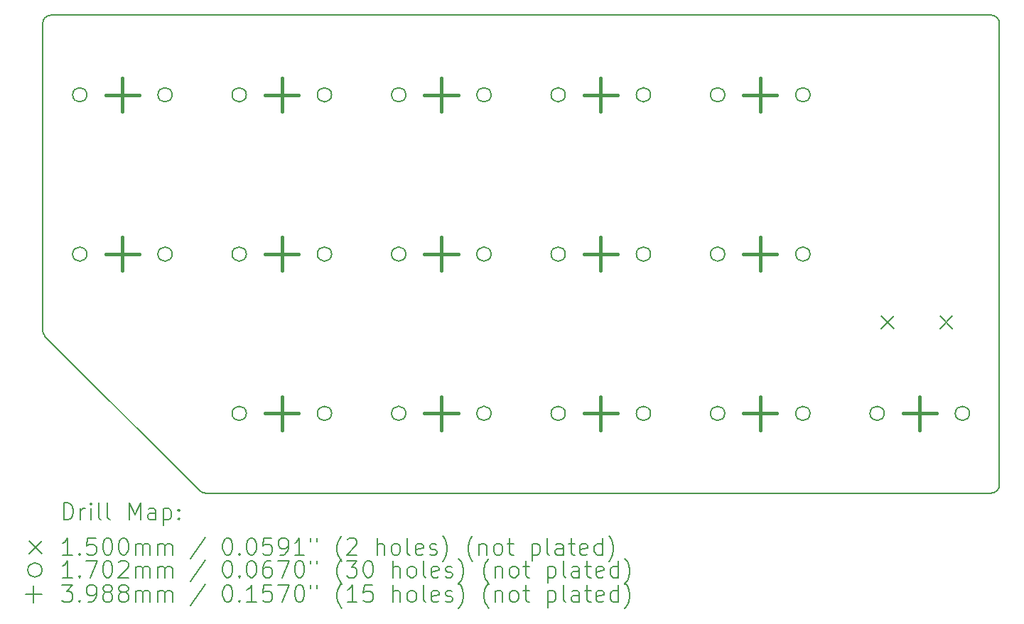
<source format=gbr>
%TF.GenerationSoftware,KiCad,Pcbnew,(6.0.8)*%
%TF.CreationDate,2022-10-06T19:39:48+11:00*%
%TF.ProjectId,bevel,62657665-6c2e-46b6-9963-61645f706362,v1.0.0*%
%TF.SameCoordinates,Original*%
%TF.FileFunction,Drillmap*%
%TF.FilePolarity,Positive*%
%FSLAX45Y45*%
G04 Gerber Fmt 4.5, Leading zero omitted, Abs format (unit mm)*
G04 Created by KiCad (PCBNEW (6.0.8)) date 2022-10-06 19:39:48*
%MOMM*%
%LPD*%
G01*
G04 APERTURE LIST*
%ADD10C,0.150000*%
%ADD11C,0.200000*%
%ADD12C,0.170180*%
%ADD13C,0.398780*%
G04 APERTURE END LIST*
D10*
X12600000Y-6800000D02*
X12600000Y-1300000D01*
X3141421Y-6900000D02*
X12500000Y-6900000D01*
X12600000Y-1300000D02*
G75*
G03*
X12500000Y-1200000I-100000J0D01*
G01*
X3070712Y-6870709D02*
G75*
G03*
X3141421Y-6900000I70708J70699D01*
G01*
X1200001Y-4958579D02*
G75*
G03*
X1229289Y-5029289I99999J-1D01*
G01*
X12500000Y-6900000D02*
G75*
G03*
X12600000Y-6800000I0J100000D01*
G01*
X1229289Y-5029289D02*
X3070711Y-6870711D01*
X1300000Y-1200000D02*
X12500000Y-1200000D01*
X1300000Y-1200000D02*
G75*
G03*
X1200000Y-1300000I0J-100000D01*
G01*
X1200000Y-1300000D02*
X1200000Y-4958579D01*
D11*
D10*
X11190000Y-4790000D02*
X11340000Y-4940000D01*
X11340000Y-4790000D02*
X11190000Y-4940000D01*
X11890000Y-4790000D02*
X12040000Y-4940000D01*
X12040000Y-4790000D02*
X11890000Y-4940000D01*
D12*
X1727090Y-2150000D02*
G75*
G03*
X1727090Y-2150000I-85090J0D01*
G01*
X1727090Y-4050000D02*
G75*
G03*
X1727090Y-4050000I-85090J0D01*
G01*
X2743090Y-2150000D02*
G75*
G03*
X2743090Y-2150000I-85090J0D01*
G01*
X2743090Y-4050000D02*
G75*
G03*
X2743090Y-4050000I-85090J0D01*
G01*
X3627090Y-2150000D02*
G75*
G03*
X3627090Y-2150000I-85090J0D01*
G01*
X3627090Y-4050000D02*
G75*
G03*
X3627090Y-4050000I-85090J0D01*
G01*
X3627090Y-5950000D02*
G75*
G03*
X3627090Y-5950000I-85090J0D01*
G01*
X4643090Y-2150000D02*
G75*
G03*
X4643090Y-2150000I-85090J0D01*
G01*
X4643090Y-4050000D02*
G75*
G03*
X4643090Y-4050000I-85090J0D01*
G01*
X4643090Y-5950000D02*
G75*
G03*
X4643090Y-5950000I-85090J0D01*
G01*
X5527090Y-2150000D02*
G75*
G03*
X5527090Y-2150000I-85090J0D01*
G01*
X5527090Y-4050000D02*
G75*
G03*
X5527090Y-4050000I-85090J0D01*
G01*
X5527090Y-5950000D02*
G75*
G03*
X5527090Y-5950000I-85090J0D01*
G01*
X6543090Y-2150000D02*
G75*
G03*
X6543090Y-2150000I-85090J0D01*
G01*
X6543090Y-4050000D02*
G75*
G03*
X6543090Y-4050000I-85090J0D01*
G01*
X6543090Y-5950000D02*
G75*
G03*
X6543090Y-5950000I-85090J0D01*
G01*
X7427090Y-2150000D02*
G75*
G03*
X7427090Y-2150000I-85090J0D01*
G01*
X7427090Y-4050000D02*
G75*
G03*
X7427090Y-4050000I-85090J0D01*
G01*
X7427090Y-5950000D02*
G75*
G03*
X7427090Y-5950000I-85090J0D01*
G01*
X8443090Y-2150000D02*
G75*
G03*
X8443090Y-2150000I-85090J0D01*
G01*
X8443090Y-4050000D02*
G75*
G03*
X8443090Y-4050000I-85090J0D01*
G01*
X8443090Y-5950000D02*
G75*
G03*
X8443090Y-5950000I-85090J0D01*
G01*
X9327090Y-2150000D02*
G75*
G03*
X9327090Y-2150000I-85090J0D01*
G01*
X9327090Y-4050000D02*
G75*
G03*
X9327090Y-4050000I-85090J0D01*
G01*
X9327090Y-5950000D02*
G75*
G03*
X9327090Y-5950000I-85090J0D01*
G01*
X10343090Y-2150000D02*
G75*
G03*
X10343090Y-2150000I-85090J0D01*
G01*
X10343090Y-4050000D02*
G75*
G03*
X10343090Y-4050000I-85090J0D01*
G01*
X10343090Y-5950000D02*
G75*
G03*
X10343090Y-5950000I-85090J0D01*
G01*
X11227090Y-5950000D02*
G75*
G03*
X11227090Y-5950000I-85090J0D01*
G01*
X12243090Y-5950000D02*
G75*
G03*
X12243090Y-5950000I-85090J0D01*
G01*
D13*
X2150000Y-1950610D02*
X2150000Y-2349390D01*
X1950610Y-2150000D02*
X2349390Y-2150000D01*
X2150000Y-3850610D02*
X2150000Y-4249390D01*
X1950610Y-4050000D02*
X2349390Y-4050000D01*
X4050000Y-1950610D02*
X4050000Y-2349390D01*
X3850610Y-2150000D02*
X4249390Y-2150000D01*
X4050000Y-3850610D02*
X4050000Y-4249390D01*
X3850610Y-4050000D02*
X4249390Y-4050000D01*
X4050000Y-5750610D02*
X4050000Y-6149390D01*
X3850610Y-5950000D02*
X4249390Y-5950000D01*
X5950000Y-1950610D02*
X5950000Y-2349390D01*
X5750610Y-2150000D02*
X6149390Y-2150000D01*
X5950000Y-3850610D02*
X5950000Y-4249390D01*
X5750610Y-4050000D02*
X6149390Y-4050000D01*
X5950000Y-5750610D02*
X5950000Y-6149390D01*
X5750610Y-5950000D02*
X6149390Y-5950000D01*
X7850000Y-1950610D02*
X7850000Y-2349390D01*
X7650610Y-2150000D02*
X8049390Y-2150000D01*
X7850000Y-3850610D02*
X7850000Y-4249390D01*
X7650610Y-4050000D02*
X8049390Y-4050000D01*
X7850000Y-5750610D02*
X7850000Y-6149390D01*
X7650610Y-5950000D02*
X8049390Y-5950000D01*
X9750000Y-1950610D02*
X9750000Y-2349390D01*
X9550610Y-2150000D02*
X9949390Y-2150000D01*
X9750000Y-3850610D02*
X9750000Y-4249390D01*
X9550610Y-4050000D02*
X9949390Y-4050000D01*
X9750000Y-5750610D02*
X9750000Y-6149390D01*
X9550610Y-5950000D02*
X9949390Y-5950000D01*
X11650000Y-5750610D02*
X11650000Y-6149390D01*
X11450610Y-5950000D02*
X11849390Y-5950000D01*
D11*
X1450119Y-7217976D02*
X1450119Y-7017976D01*
X1497738Y-7017976D01*
X1526309Y-7027500D01*
X1545357Y-7046548D01*
X1554881Y-7065595D01*
X1564405Y-7103690D01*
X1564405Y-7132262D01*
X1554881Y-7170357D01*
X1545357Y-7189405D01*
X1526309Y-7208452D01*
X1497738Y-7217976D01*
X1450119Y-7217976D01*
X1650119Y-7217976D02*
X1650119Y-7084643D01*
X1650119Y-7122738D02*
X1659643Y-7103690D01*
X1669167Y-7094167D01*
X1688214Y-7084643D01*
X1707262Y-7084643D01*
X1773928Y-7217976D02*
X1773928Y-7084643D01*
X1773928Y-7017976D02*
X1764405Y-7027500D01*
X1773928Y-7037024D01*
X1783452Y-7027500D01*
X1773928Y-7017976D01*
X1773928Y-7037024D01*
X1897738Y-7217976D02*
X1878690Y-7208452D01*
X1869167Y-7189405D01*
X1869167Y-7017976D01*
X2002500Y-7217976D02*
X1983452Y-7208452D01*
X1973928Y-7189405D01*
X1973928Y-7017976D01*
X2231071Y-7217976D02*
X2231071Y-7017976D01*
X2297738Y-7160833D01*
X2364405Y-7017976D01*
X2364405Y-7217976D01*
X2545357Y-7217976D02*
X2545357Y-7113214D01*
X2535833Y-7094167D01*
X2516786Y-7084643D01*
X2478690Y-7084643D01*
X2459643Y-7094167D01*
X2545357Y-7208452D02*
X2526310Y-7217976D01*
X2478690Y-7217976D01*
X2459643Y-7208452D01*
X2450119Y-7189405D01*
X2450119Y-7170357D01*
X2459643Y-7151309D01*
X2478690Y-7141786D01*
X2526310Y-7141786D01*
X2545357Y-7132262D01*
X2640595Y-7084643D02*
X2640595Y-7284643D01*
X2640595Y-7094167D02*
X2659643Y-7084643D01*
X2697738Y-7084643D01*
X2716786Y-7094167D01*
X2726310Y-7103690D01*
X2735833Y-7122738D01*
X2735833Y-7179881D01*
X2726310Y-7198928D01*
X2716786Y-7208452D01*
X2697738Y-7217976D01*
X2659643Y-7217976D01*
X2640595Y-7208452D01*
X2821548Y-7198928D02*
X2831071Y-7208452D01*
X2821548Y-7217976D01*
X2812024Y-7208452D01*
X2821548Y-7198928D01*
X2821548Y-7217976D01*
X2821548Y-7094167D02*
X2831071Y-7103690D01*
X2821548Y-7113214D01*
X2812024Y-7103690D01*
X2821548Y-7094167D01*
X2821548Y-7113214D01*
D10*
X1042500Y-7472500D02*
X1192500Y-7622500D01*
X1192500Y-7472500D02*
X1042500Y-7622500D01*
D11*
X1554881Y-7637976D02*
X1440595Y-7637976D01*
X1497738Y-7637976D02*
X1497738Y-7437976D01*
X1478690Y-7466548D01*
X1459643Y-7485595D01*
X1440595Y-7495119D01*
X1640595Y-7618928D02*
X1650119Y-7628452D01*
X1640595Y-7637976D01*
X1631071Y-7628452D01*
X1640595Y-7618928D01*
X1640595Y-7637976D01*
X1831071Y-7437976D02*
X1735833Y-7437976D01*
X1726309Y-7533214D01*
X1735833Y-7523690D01*
X1754881Y-7514167D01*
X1802500Y-7514167D01*
X1821548Y-7523690D01*
X1831071Y-7533214D01*
X1840595Y-7552262D01*
X1840595Y-7599881D01*
X1831071Y-7618928D01*
X1821548Y-7628452D01*
X1802500Y-7637976D01*
X1754881Y-7637976D01*
X1735833Y-7628452D01*
X1726309Y-7618928D01*
X1964405Y-7437976D02*
X1983452Y-7437976D01*
X2002500Y-7447500D01*
X2012024Y-7457024D01*
X2021548Y-7476071D01*
X2031071Y-7514167D01*
X2031071Y-7561786D01*
X2021548Y-7599881D01*
X2012024Y-7618928D01*
X2002500Y-7628452D01*
X1983452Y-7637976D01*
X1964405Y-7637976D01*
X1945357Y-7628452D01*
X1935833Y-7618928D01*
X1926309Y-7599881D01*
X1916786Y-7561786D01*
X1916786Y-7514167D01*
X1926309Y-7476071D01*
X1935833Y-7457024D01*
X1945357Y-7447500D01*
X1964405Y-7437976D01*
X2154881Y-7437976D02*
X2173929Y-7437976D01*
X2192976Y-7447500D01*
X2202500Y-7457024D01*
X2212024Y-7476071D01*
X2221548Y-7514167D01*
X2221548Y-7561786D01*
X2212024Y-7599881D01*
X2202500Y-7618928D01*
X2192976Y-7628452D01*
X2173929Y-7637976D01*
X2154881Y-7637976D01*
X2135833Y-7628452D01*
X2126310Y-7618928D01*
X2116786Y-7599881D01*
X2107262Y-7561786D01*
X2107262Y-7514167D01*
X2116786Y-7476071D01*
X2126310Y-7457024D01*
X2135833Y-7447500D01*
X2154881Y-7437976D01*
X2307262Y-7637976D02*
X2307262Y-7504643D01*
X2307262Y-7523690D02*
X2316786Y-7514167D01*
X2335833Y-7504643D01*
X2364405Y-7504643D01*
X2383452Y-7514167D01*
X2392976Y-7533214D01*
X2392976Y-7637976D01*
X2392976Y-7533214D02*
X2402500Y-7514167D01*
X2421548Y-7504643D01*
X2450119Y-7504643D01*
X2469167Y-7514167D01*
X2478690Y-7533214D01*
X2478690Y-7637976D01*
X2573929Y-7637976D02*
X2573929Y-7504643D01*
X2573929Y-7523690D02*
X2583452Y-7514167D01*
X2602500Y-7504643D01*
X2631071Y-7504643D01*
X2650119Y-7514167D01*
X2659643Y-7533214D01*
X2659643Y-7637976D01*
X2659643Y-7533214D02*
X2669167Y-7514167D01*
X2688214Y-7504643D01*
X2716786Y-7504643D01*
X2735833Y-7514167D01*
X2745357Y-7533214D01*
X2745357Y-7637976D01*
X3135833Y-7428452D02*
X2964405Y-7685595D01*
X3392976Y-7437976D02*
X3412024Y-7437976D01*
X3431071Y-7447500D01*
X3440595Y-7457024D01*
X3450119Y-7476071D01*
X3459643Y-7514167D01*
X3459643Y-7561786D01*
X3450119Y-7599881D01*
X3440595Y-7618928D01*
X3431071Y-7628452D01*
X3412024Y-7637976D01*
X3392976Y-7637976D01*
X3373928Y-7628452D01*
X3364405Y-7618928D01*
X3354881Y-7599881D01*
X3345357Y-7561786D01*
X3345357Y-7514167D01*
X3354881Y-7476071D01*
X3364405Y-7457024D01*
X3373928Y-7447500D01*
X3392976Y-7437976D01*
X3545357Y-7618928D02*
X3554881Y-7628452D01*
X3545357Y-7637976D01*
X3535833Y-7628452D01*
X3545357Y-7618928D01*
X3545357Y-7637976D01*
X3678690Y-7437976D02*
X3697738Y-7437976D01*
X3716786Y-7447500D01*
X3726309Y-7457024D01*
X3735833Y-7476071D01*
X3745357Y-7514167D01*
X3745357Y-7561786D01*
X3735833Y-7599881D01*
X3726309Y-7618928D01*
X3716786Y-7628452D01*
X3697738Y-7637976D01*
X3678690Y-7637976D01*
X3659643Y-7628452D01*
X3650119Y-7618928D01*
X3640595Y-7599881D01*
X3631071Y-7561786D01*
X3631071Y-7514167D01*
X3640595Y-7476071D01*
X3650119Y-7457024D01*
X3659643Y-7447500D01*
X3678690Y-7437976D01*
X3926309Y-7437976D02*
X3831071Y-7437976D01*
X3821548Y-7533214D01*
X3831071Y-7523690D01*
X3850119Y-7514167D01*
X3897738Y-7514167D01*
X3916786Y-7523690D01*
X3926309Y-7533214D01*
X3935833Y-7552262D01*
X3935833Y-7599881D01*
X3926309Y-7618928D01*
X3916786Y-7628452D01*
X3897738Y-7637976D01*
X3850119Y-7637976D01*
X3831071Y-7628452D01*
X3821548Y-7618928D01*
X4031071Y-7637976D02*
X4069167Y-7637976D01*
X4088214Y-7628452D01*
X4097738Y-7618928D01*
X4116786Y-7590357D01*
X4126309Y-7552262D01*
X4126309Y-7476071D01*
X4116786Y-7457024D01*
X4107262Y-7447500D01*
X4088214Y-7437976D01*
X4050119Y-7437976D01*
X4031071Y-7447500D01*
X4021548Y-7457024D01*
X4012024Y-7476071D01*
X4012024Y-7523690D01*
X4021548Y-7542738D01*
X4031071Y-7552262D01*
X4050119Y-7561786D01*
X4088214Y-7561786D01*
X4107262Y-7552262D01*
X4116786Y-7542738D01*
X4126309Y-7523690D01*
X4316786Y-7637976D02*
X4202500Y-7637976D01*
X4259643Y-7637976D02*
X4259643Y-7437976D01*
X4240595Y-7466548D01*
X4221548Y-7485595D01*
X4202500Y-7495119D01*
X4392976Y-7437976D02*
X4392976Y-7476071D01*
X4469167Y-7437976D02*
X4469167Y-7476071D01*
X4764405Y-7714167D02*
X4754881Y-7704643D01*
X4735833Y-7676071D01*
X4726310Y-7657024D01*
X4716786Y-7628452D01*
X4707262Y-7580833D01*
X4707262Y-7542738D01*
X4716786Y-7495119D01*
X4726310Y-7466548D01*
X4735833Y-7447500D01*
X4754881Y-7418928D01*
X4764405Y-7409405D01*
X4831071Y-7457024D02*
X4840595Y-7447500D01*
X4859643Y-7437976D01*
X4907262Y-7437976D01*
X4926310Y-7447500D01*
X4935833Y-7457024D01*
X4945357Y-7476071D01*
X4945357Y-7495119D01*
X4935833Y-7523690D01*
X4821548Y-7637976D01*
X4945357Y-7637976D01*
X5183452Y-7637976D02*
X5183452Y-7437976D01*
X5269167Y-7637976D02*
X5269167Y-7533214D01*
X5259643Y-7514167D01*
X5240595Y-7504643D01*
X5212024Y-7504643D01*
X5192976Y-7514167D01*
X5183452Y-7523690D01*
X5392976Y-7637976D02*
X5373929Y-7628452D01*
X5364405Y-7618928D01*
X5354881Y-7599881D01*
X5354881Y-7542738D01*
X5364405Y-7523690D01*
X5373929Y-7514167D01*
X5392976Y-7504643D01*
X5421548Y-7504643D01*
X5440595Y-7514167D01*
X5450119Y-7523690D01*
X5459643Y-7542738D01*
X5459643Y-7599881D01*
X5450119Y-7618928D01*
X5440595Y-7628452D01*
X5421548Y-7637976D01*
X5392976Y-7637976D01*
X5573929Y-7637976D02*
X5554881Y-7628452D01*
X5545357Y-7609405D01*
X5545357Y-7437976D01*
X5726309Y-7628452D02*
X5707262Y-7637976D01*
X5669167Y-7637976D01*
X5650119Y-7628452D01*
X5640595Y-7609405D01*
X5640595Y-7533214D01*
X5650119Y-7514167D01*
X5669167Y-7504643D01*
X5707262Y-7504643D01*
X5726309Y-7514167D01*
X5735833Y-7533214D01*
X5735833Y-7552262D01*
X5640595Y-7571309D01*
X5812024Y-7628452D02*
X5831071Y-7637976D01*
X5869167Y-7637976D01*
X5888214Y-7628452D01*
X5897738Y-7609405D01*
X5897738Y-7599881D01*
X5888214Y-7580833D01*
X5869167Y-7571309D01*
X5840595Y-7571309D01*
X5821548Y-7561786D01*
X5812024Y-7542738D01*
X5812024Y-7533214D01*
X5821548Y-7514167D01*
X5840595Y-7504643D01*
X5869167Y-7504643D01*
X5888214Y-7514167D01*
X5964405Y-7714167D02*
X5973928Y-7704643D01*
X5992976Y-7676071D01*
X6002500Y-7657024D01*
X6012024Y-7628452D01*
X6021548Y-7580833D01*
X6021548Y-7542738D01*
X6012024Y-7495119D01*
X6002500Y-7466548D01*
X5992976Y-7447500D01*
X5973928Y-7418928D01*
X5964405Y-7409405D01*
X6326309Y-7714167D02*
X6316786Y-7704643D01*
X6297738Y-7676071D01*
X6288214Y-7657024D01*
X6278690Y-7628452D01*
X6269167Y-7580833D01*
X6269167Y-7542738D01*
X6278690Y-7495119D01*
X6288214Y-7466548D01*
X6297738Y-7447500D01*
X6316786Y-7418928D01*
X6326309Y-7409405D01*
X6402500Y-7504643D02*
X6402500Y-7637976D01*
X6402500Y-7523690D02*
X6412024Y-7514167D01*
X6431071Y-7504643D01*
X6459643Y-7504643D01*
X6478690Y-7514167D01*
X6488214Y-7533214D01*
X6488214Y-7637976D01*
X6612024Y-7637976D02*
X6592976Y-7628452D01*
X6583452Y-7618928D01*
X6573928Y-7599881D01*
X6573928Y-7542738D01*
X6583452Y-7523690D01*
X6592976Y-7514167D01*
X6612024Y-7504643D01*
X6640595Y-7504643D01*
X6659643Y-7514167D01*
X6669167Y-7523690D01*
X6678690Y-7542738D01*
X6678690Y-7599881D01*
X6669167Y-7618928D01*
X6659643Y-7628452D01*
X6640595Y-7637976D01*
X6612024Y-7637976D01*
X6735833Y-7504643D02*
X6812024Y-7504643D01*
X6764405Y-7437976D02*
X6764405Y-7609405D01*
X6773928Y-7628452D01*
X6792976Y-7637976D01*
X6812024Y-7637976D01*
X7031071Y-7504643D02*
X7031071Y-7704643D01*
X7031071Y-7514167D02*
X7050119Y-7504643D01*
X7088214Y-7504643D01*
X7107262Y-7514167D01*
X7116786Y-7523690D01*
X7126309Y-7542738D01*
X7126309Y-7599881D01*
X7116786Y-7618928D01*
X7107262Y-7628452D01*
X7088214Y-7637976D01*
X7050119Y-7637976D01*
X7031071Y-7628452D01*
X7240595Y-7637976D02*
X7221548Y-7628452D01*
X7212024Y-7609405D01*
X7212024Y-7437976D01*
X7402500Y-7637976D02*
X7402500Y-7533214D01*
X7392976Y-7514167D01*
X7373928Y-7504643D01*
X7335833Y-7504643D01*
X7316786Y-7514167D01*
X7402500Y-7628452D02*
X7383452Y-7637976D01*
X7335833Y-7637976D01*
X7316786Y-7628452D01*
X7307262Y-7609405D01*
X7307262Y-7590357D01*
X7316786Y-7571309D01*
X7335833Y-7561786D01*
X7383452Y-7561786D01*
X7402500Y-7552262D01*
X7469167Y-7504643D02*
X7545357Y-7504643D01*
X7497738Y-7437976D02*
X7497738Y-7609405D01*
X7507262Y-7628452D01*
X7526309Y-7637976D01*
X7545357Y-7637976D01*
X7688214Y-7628452D02*
X7669167Y-7637976D01*
X7631071Y-7637976D01*
X7612024Y-7628452D01*
X7602500Y-7609405D01*
X7602500Y-7533214D01*
X7612024Y-7514167D01*
X7631071Y-7504643D01*
X7669167Y-7504643D01*
X7688214Y-7514167D01*
X7697738Y-7533214D01*
X7697738Y-7552262D01*
X7602500Y-7571309D01*
X7869167Y-7637976D02*
X7869167Y-7437976D01*
X7869167Y-7628452D02*
X7850119Y-7637976D01*
X7812024Y-7637976D01*
X7792976Y-7628452D01*
X7783452Y-7618928D01*
X7773928Y-7599881D01*
X7773928Y-7542738D01*
X7783452Y-7523690D01*
X7792976Y-7514167D01*
X7812024Y-7504643D01*
X7850119Y-7504643D01*
X7869167Y-7514167D01*
X7945357Y-7714167D02*
X7954881Y-7704643D01*
X7973928Y-7676071D01*
X7983452Y-7657024D01*
X7992976Y-7628452D01*
X8002500Y-7580833D01*
X8002500Y-7542738D01*
X7992976Y-7495119D01*
X7983452Y-7466548D01*
X7973928Y-7447500D01*
X7954881Y-7418928D01*
X7945357Y-7409405D01*
D12*
X1192500Y-7817500D02*
G75*
G03*
X1192500Y-7817500I-85090J0D01*
G01*
D11*
X1554881Y-7907976D02*
X1440595Y-7907976D01*
X1497738Y-7907976D02*
X1497738Y-7707976D01*
X1478690Y-7736548D01*
X1459643Y-7755595D01*
X1440595Y-7765119D01*
X1640595Y-7888928D02*
X1650119Y-7898452D01*
X1640595Y-7907976D01*
X1631071Y-7898452D01*
X1640595Y-7888928D01*
X1640595Y-7907976D01*
X1716786Y-7707976D02*
X1850119Y-7707976D01*
X1764405Y-7907976D01*
X1964405Y-7707976D02*
X1983452Y-7707976D01*
X2002500Y-7717500D01*
X2012024Y-7727024D01*
X2021548Y-7746071D01*
X2031071Y-7784167D01*
X2031071Y-7831786D01*
X2021548Y-7869881D01*
X2012024Y-7888928D01*
X2002500Y-7898452D01*
X1983452Y-7907976D01*
X1964405Y-7907976D01*
X1945357Y-7898452D01*
X1935833Y-7888928D01*
X1926309Y-7869881D01*
X1916786Y-7831786D01*
X1916786Y-7784167D01*
X1926309Y-7746071D01*
X1935833Y-7727024D01*
X1945357Y-7717500D01*
X1964405Y-7707976D01*
X2107262Y-7727024D02*
X2116786Y-7717500D01*
X2135833Y-7707976D01*
X2183452Y-7707976D01*
X2202500Y-7717500D01*
X2212024Y-7727024D01*
X2221548Y-7746071D01*
X2221548Y-7765119D01*
X2212024Y-7793690D01*
X2097738Y-7907976D01*
X2221548Y-7907976D01*
X2307262Y-7907976D02*
X2307262Y-7774643D01*
X2307262Y-7793690D02*
X2316786Y-7784167D01*
X2335833Y-7774643D01*
X2364405Y-7774643D01*
X2383452Y-7784167D01*
X2392976Y-7803214D01*
X2392976Y-7907976D01*
X2392976Y-7803214D02*
X2402500Y-7784167D01*
X2421548Y-7774643D01*
X2450119Y-7774643D01*
X2469167Y-7784167D01*
X2478690Y-7803214D01*
X2478690Y-7907976D01*
X2573929Y-7907976D02*
X2573929Y-7774643D01*
X2573929Y-7793690D02*
X2583452Y-7784167D01*
X2602500Y-7774643D01*
X2631071Y-7774643D01*
X2650119Y-7784167D01*
X2659643Y-7803214D01*
X2659643Y-7907976D01*
X2659643Y-7803214D02*
X2669167Y-7784167D01*
X2688214Y-7774643D01*
X2716786Y-7774643D01*
X2735833Y-7784167D01*
X2745357Y-7803214D01*
X2745357Y-7907976D01*
X3135833Y-7698452D02*
X2964405Y-7955595D01*
X3392976Y-7707976D02*
X3412024Y-7707976D01*
X3431071Y-7717500D01*
X3440595Y-7727024D01*
X3450119Y-7746071D01*
X3459643Y-7784167D01*
X3459643Y-7831786D01*
X3450119Y-7869881D01*
X3440595Y-7888928D01*
X3431071Y-7898452D01*
X3412024Y-7907976D01*
X3392976Y-7907976D01*
X3373928Y-7898452D01*
X3364405Y-7888928D01*
X3354881Y-7869881D01*
X3345357Y-7831786D01*
X3345357Y-7784167D01*
X3354881Y-7746071D01*
X3364405Y-7727024D01*
X3373928Y-7717500D01*
X3392976Y-7707976D01*
X3545357Y-7888928D02*
X3554881Y-7898452D01*
X3545357Y-7907976D01*
X3535833Y-7898452D01*
X3545357Y-7888928D01*
X3545357Y-7907976D01*
X3678690Y-7707976D02*
X3697738Y-7707976D01*
X3716786Y-7717500D01*
X3726309Y-7727024D01*
X3735833Y-7746071D01*
X3745357Y-7784167D01*
X3745357Y-7831786D01*
X3735833Y-7869881D01*
X3726309Y-7888928D01*
X3716786Y-7898452D01*
X3697738Y-7907976D01*
X3678690Y-7907976D01*
X3659643Y-7898452D01*
X3650119Y-7888928D01*
X3640595Y-7869881D01*
X3631071Y-7831786D01*
X3631071Y-7784167D01*
X3640595Y-7746071D01*
X3650119Y-7727024D01*
X3659643Y-7717500D01*
X3678690Y-7707976D01*
X3916786Y-7707976D02*
X3878690Y-7707976D01*
X3859643Y-7717500D01*
X3850119Y-7727024D01*
X3831071Y-7755595D01*
X3821548Y-7793690D01*
X3821548Y-7869881D01*
X3831071Y-7888928D01*
X3840595Y-7898452D01*
X3859643Y-7907976D01*
X3897738Y-7907976D01*
X3916786Y-7898452D01*
X3926309Y-7888928D01*
X3935833Y-7869881D01*
X3935833Y-7822262D01*
X3926309Y-7803214D01*
X3916786Y-7793690D01*
X3897738Y-7784167D01*
X3859643Y-7784167D01*
X3840595Y-7793690D01*
X3831071Y-7803214D01*
X3821548Y-7822262D01*
X4002500Y-7707976D02*
X4135833Y-7707976D01*
X4050119Y-7907976D01*
X4250119Y-7707976D02*
X4269167Y-7707976D01*
X4288214Y-7717500D01*
X4297738Y-7727024D01*
X4307262Y-7746071D01*
X4316786Y-7784167D01*
X4316786Y-7831786D01*
X4307262Y-7869881D01*
X4297738Y-7888928D01*
X4288214Y-7898452D01*
X4269167Y-7907976D01*
X4250119Y-7907976D01*
X4231071Y-7898452D01*
X4221548Y-7888928D01*
X4212024Y-7869881D01*
X4202500Y-7831786D01*
X4202500Y-7784167D01*
X4212024Y-7746071D01*
X4221548Y-7727024D01*
X4231071Y-7717500D01*
X4250119Y-7707976D01*
X4392976Y-7707976D02*
X4392976Y-7746071D01*
X4469167Y-7707976D02*
X4469167Y-7746071D01*
X4764405Y-7984167D02*
X4754881Y-7974643D01*
X4735833Y-7946071D01*
X4726310Y-7927024D01*
X4716786Y-7898452D01*
X4707262Y-7850833D01*
X4707262Y-7812738D01*
X4716786Y-7765119D01*
X4726310Y-7736548D01*
X4735833Y-7717500D01*
X4754881Y-7688928D01*
X4764405Y-7679405D01*
X4821548Y-7707976D02*
X4945357Y-7707976D01*
X4878690Y-7784167D01*
X4907262Y-7784167D01*
X4926310Y-7793690D01*
X4935833Y-7803214D01*
X4945357Y-7822262D01*
X4945357Y-7869881D01*
X4935833Y-7888928D01*
X4926310Y-7898452D01*
X4907262Y-7907976D01*
X4850119Y-7907976D01*
X4831071Y-7898452D01*
X4821548Y-7888928D01*
X5069167Y-7707976D02*
X5088214Y-7707976D01*
X5107262Y-7717500D01*
X5116786Y-7727024D01*
X5126310Y-7746071D01*
X5135833Y-7784167D01*
X5135833Y-7831786D01*
X5126310Y-7869881D01*
X5116786Y-7888928D01*
X5107262Y-7898452D01*
X5088214Y-7907976D01*
X5069167Y-7907976D01*
X5050119Y-7898452D01*
X5040595Y-7888928D01*
X5031071Y-7869881D01*
X5021548Y-7831786D01*
X5021548Y-7784167D01*
X5031071Y-7746071D01*
X5040595Y-7727024D01*
X5050119Y-7717500D01*
X5069167Y-7707976D01*
X5373929Y-7907976D02*
X5373929Y-7707976D01*
X5459643Y-7907976D02*
X5459643Y-7803214D01*
X5450119Y-7784167D01*
X5431071Y-7774643D01*
X5402500Y-7774643D01*
X5383452Y-7784167D01*
X5373929Y-7793690D01*
X5583452Y-7907976D02*
X5564405Y-7898452D01*
X5554881Y-7888928D01*
X5545357Y-7869881D01*
X5545357Y-7812738D01*
X5554881Y-7793690D01*
X5564405Y-7784167D01*
X5583452Y-7774643D01*
X5612024Y-7774643D01*
X5631071Y-7784167D01*
X5640595Y-7793690D01*
X5650119Y-7812738D01*
X5650119Y-7869881D01*
X5640595Y-7888928D01*
X5631071Y-7898452D01*
X5612024Y-7907976D01*
X5583452Y-7907976D01*
X5764405Y-7907976D02*
X5745357Y-7898452D01*
X5735833Y-7879405D01*
X5735833Y-7707976D01*
X5916786Y-7898452D02*
X5897738Y-7907976D01*
X5859643Y-7907976D01*
X5840595Y-7898452D01*
X5831071Y-7879405D01*
X5831071Y-7803214D01*
X5840595Y-7784167D01*
X5859643Y-7774643D01*
X5897738Y-7774643D01*
X5916786Y-7784167D01*
X5926309Y-7803214D01*
X5926309Y-7822262D01*
X5831071Y-7841309D01*
X6002500Y-7898452D02*
X6021548Y-7907976D01*
X6059643Y-7907976D01*
X6078690Y-7898452D01*
X6088214Y-7879405D01*
X6088214Y-7869881D01*
X6078690Y-7850833D01*
X6059643Y-7841309D01*
X6031071Y-7841309D01*
X6012024Y-7831786D01*
X6002500Y-7812738D01*
X6002500Y-7803214D01*
X6012024Y-7784167D01*
X6031071Y-7774643D01*
X6059643Y-7774643D01*
X6078690Y-7784167D01*
X6154881Y-7984167D02*
X6164405Y-7974643D01*
X6183452Y-7946071D01*
X6192976Y-7927024D01*
X6202500Y-7898452D01*
X6212024Y-7850833D01*
X6212024Y-7812738D01*
X6202500Y-7765119D01*
X6192976Y-7736548D01*
X6183452Y-7717500D01*
X6164405Y-7688928D01*
X6154881Y-7679405D01*
X6516786Y-7984167D02*
X6507262Y-7974643D01*
X6488214Y-7946071D01*
X6478690Y-7927024D01*
X6469167Y-7898452D01*
X6459643Y-7850833D01*
X6459643Y-7812738D01*
X6469167Y-7765119D01*
X6478690Y-7736548D01*
X6488214Y-7717500D01*
X6507262Y-7688928D01*
X6516786Y-7679405D01*
X6592976Y-7774643D02*
X6592976Y-7907976D01*
X6592976Y-7793690D02*
X6602500Y-7784167D01*
X6621548Y-7774643D01*
X6650119Y-7774643D01*
X6669167Y-7784167D01*
X6678690Y-7803214D01*
X6678690Y-7907976D01*
X6802500Y-7907976D02*
X6783452Y-7898452D01*
X6773928Y-7888928D01*
X6764405Y-7869881D01*
X6764405Y-7812738D01*
X6773928Y-7793690D01*
X6783452Y-7784167D01*
X6802500Y-7774643D01*
X6831071Y-7774643D01*
X6850119Y-7784167D01*
X6859643Y-7793690D01*
X6869167Y-7812738D01*
X6869167Y-7869881D01*
X6859643Y-7888928D01*
X6850119Y-7898452D01*
X6831071Y-7907976D01*
X6802500Y-7907976D01*
X6926309Y-7774643D02*
X7002500Y-7774643D01*
X6954881Y-7707976D02*
X6954881Y-7879405D01*
X6964405Y-7898452D01*
X6983452Y-7907976D01*
X7002500Y-7907976D01*
X7221548Y-7774643D02*
X7221548Y-7974643D01*
X7221548Y-7784167D02*
X7240595Y-7774643D01*
X7278690Y-7774643D01*
X7297738Y-7784167D01*
X7307262Y-7793690D01*
X7316786Y-7812738D01*
X7316786Y-7869881D01*
X7307262Y-7888928D01*
X7297738Y-7898452D01*
X7278690Y-7907976D01*
X7240595Y-7907976D01*
X7221548Y-7898452D01*
X7431071Y-7907976D02*
X7412024Y-7898452D01*
X7402500Y-7879405D01*
X7402500Y-7707976D01*
X7592976Y-7907976D02*
X7592976Y-7803214D01*
X7583452Y-7784167D01*
X7564405Y-7774643D01*
X7526309Y-7774643D01*
X7507262Y-7784167D01*
X7592976Y-7898452D02*
X7573928Y-7907976D01*
X7526309Y-7907976D01*
X7507262Y-7898452D01*
X7497738Y-7879405D01*
X7497738Y-7860357D01*
X7507262Y-7841309D01*
X7526309Y-7831786D01*
X7573928Y-7831786D01*
X7592976Y-7822262D01*
X7659643Y-7774643D02*
X7735833Y-7774643D01*
X7688214Y-7707976D02*
X7688214Y-7879405D01*
X7697738Y-7898452D01*
X7716786Y-7907976D01*
X7735833Y-7907976D01*
X7878690Y-7898452D02*
X7859643Y-7907976D01*
X7821548Y-7907976D01*
X7802500Y-7898452D01*
X7792976Y-7879405D01*
X7792976Y-7803214D01*
X7802500Y-7784167D01*
X7821548Y-7774643D01*
X7859643Y-7774643D01*
X7878690Y-7784167D01*
X7888214Y-7803214D01*
X7888214Y-7822262D01*
X7792976Y-7841309D01*
X8059643Y-7907976D02*
X8059643Y-7707976D01*
X8059643Y-7898452D02*
X8040595Y-7907976D01*
X8002500Y-7907976D01*
X7983452Y-7898452D01*
X7973928Y-7888928D01*
X7964405Y-7869881D01*
X7964405Y-7812738D01*
X7973928Y-7793690D01*
X7983452Y-7784167D01*
X8002500Y-7774643D01*
X8040595Y-7774643D01*
X8059643Y-7784167D01*
X8135833Y-7984167D02*
X8145357Y-7974643D01*
X8164405Y-7946071D01*
X8173928Y-7927024D01*
X8183452Y-7898452D01*
X8192976Y-7850833D01*
X8192976Y-7812738D01*
X8183452Y-7765119D01*
X8173928Y-7736548D01*
X8164405Y-7717500D01*
X8145357Y-7688928D01*
X8135833Y-7679405D01*
X1092500Y-8007680D02*
X1092500Y-8207680D01*
X992500Y-8107680D02*
X1192500Y-8107680D01*
X1431071Y-7998156D02*
X1554881Y-7998156D01*
X1488214Y-8074347D01*
X1516786Y-8074347D01*
X1535833Y-8083870D01*
X1545357Y-8093394D01*
X1554881Y-8112442D01*
X1554881Y-8160061D01*
X1545357Y-8179108D01*
X1535833Y-8188632D01*
X1516786Y-8198156D01*
X1459643Y-8198156D01*
X1440595Y-8188632D01*
X1431071Y-8179108D01*
X1640595Y-8179108D02*
X1650119Y-8188632D01*
X1640595Y-8198156D01*
X1631071Y-8188632D01*
X1640595Y-8179108D01*
X1640595Y-8198156D01*
X1745357Y-8198156D02*
X1783452Y-8198156D01*
X1802500Y-8188632D01*
X1812024Y-8179108D01*
X1831071Y-8150537D01*
X1840595Y-8112442D01*
X1840595Y-8036251D01*
X1831071Y-8017204D01*
X1821548Y-8007680D01*
X1802500Y-7998156D01*
X1764405Y-7998156D01*
X1745357Y-8007680D01*
X1735833Y-8017204D01*
X1726309Y-8036251D01*
X1726309Y-8083870D01*
X1735833Y-8102918D01*
X1745357Y-8112442D01*
X1764405Y-8121966D01*
X1802500Y-8121966D01*
X1821548Y-8112442D01*
X1831071Y-8102918D01*
X1840595Y-8083870D01*
X1954881Y-8083870D02*
X1935833Y-8074347D01*
X1926309Y-8064823D01*
X1916786Y-8045775D01*
X1916786Y-8036251D01*
X1926309Y-8017204D01*
X1935833Y-8007680D01*
X1954881Y-7998156D01*
X1992976Y-7998156D01*
X2012024Y-8007680D01*
X2021548Y-8017204D01*
X2031071Y-8036251D01*
X2031071Y-8045775D01*
X2021548Y-8064823D01*
X2012024Y-8074347D01*
X1992976Y-8083870D01*
X1954881Y-8083870D01*
X1935833Y-8093394D01*
X1926309Y-8102918D01*
X1916786Y-8121966D01*
X1916786Y-8160061D01*
X1926309Y-8179108D01*
X1935833Y-8188632D01*
X1954881Y-8198156D01*
X1992976Y-8198156D01*
X2012024Y-8188632D01*
X2021548Y-8179108D01*
X2031071Y-8160061D01*
X2031071Y-8121966D01*
X2021548Y-8102918D01*
X2012024Y-8093394D01*
X1992976Y-8083870D01*
X2145357Y-8083870D02*
X2126310Y-8074347D01*
X2116786Y-8064823D01*
X2107262Y-8045775D01*
X2107262Y-8036251D01*
X2116786Y-8017204D01*
X2126310Y-8007680D01*
X2145357Y-7998156D01*
X2183452Y-7998156D01*
X2202500Y-8007680D01*
X2212024Y-8017204D01*
X2221548Y-8036251D01*
X2221548Y-8045775D01*
X2212024Y-8064823D01*
X2202500Y-8074347D01*
X2183452Y-8083870D01*
X2145357Y-8083870D01*
X2126310Y-8093394D01*
X2116786Y-8102918D01*
X2107262Y-8121966D01*
X2107262Y-8160061D01*
X2116786Y-8179108D01*
X2126310Y-8188632D01*
X2145357Y-8198156D01*
X2183452Y-8198156D01*
X2202500Y-8188632D01*
X2212024Y-8179108D01*
X2221548Y-8160061D01*
X2221548Y-8121966D01*
X2212024Y-8102918D01*
X2202500Y-8093394D01*
X2183452Y-8083870D01*
X2307262Y-8198156D02*
X2307262Y-8064823D01*
X2307262Y-8083870D02*
X2316786Y-8074347D01*
X2335833Y-8064823D01*
X2364405Y-8064823D01*
X2383452Y-8074347D01*
X2392976Y-8093394D01*
X2392976Y-8198156D01*
X2392976Y-8093394D02*
X2402500Y-8074347D01*
X2421548Y-8064823D01*
X2450119Y-8064823D01*
X2469167Y-8074347D01*
X2478690Y-8093394D01*
X2478690Y-8198156D01*
X2573929Y-8198156D02*
X2573929Y-8064823D01*
X2573929Y-8083870D02*
X2583452Y-8074347D01*
X2602500Y-8064823D01*
X2631071Y-8064823D01*
X2650119Y-8074347D01*
X2659643Y-8093394D01*
X2659643Y-8198156D01*
X2659643Y-8093394D02*
X2669167Y-8074347D01*
X2688214Y-8064823D01*
X2716786Y-8064823D01*
X2735833Y-8074347D01*
X2745357Y-8093394D01*
X2745357Y-8198156D01*
X3135833Y-7988632D02*
X2964405Y-8245775D01*
X3392976Y-7998156D02*
X3412024Y-7998156D01*
X3431071Y-8007680D01*
X3440595Y-8017204D01*
X3450119Y-8036251D01*
X3459643Y-8074347D01*
X3459643Y-8121966D01*
X3450119Y-8160061D01*
X3440595Y-8179108D01*
X3431071Y-8188632D01*
X3412024Y-8198156D01*
X3392976Y-8198156D01*
X3373928Y-8188632D01*
X3364405Y-8179108D01*
X3354881Y-8160061D01*
X3345357Y-8121966D01*
X3345357Y-8074347D01*
X3354881Y-8036251D01*
X3364405Y-8017204D01*
X3373928Y-8007680D01*
X3392976Y-7998156D01*
X3545357Y-8179108D02*
X3554881Y-8188632D01*
X3545357Y-8198156D01*
X3535833Y-8188632D01*
X3545357Y-8179108D01*
X3545357Y-8198156D01*
X3745357Y-8198156D02*
X3631071Y-8198156D01*
X3688214Y-8198156D02*
X3688214Y-7998156D01*
X3669167Y-8026728D01*
X3650119Y-8045775D01*
X3631071Y-8055299D01*
X3926309Y-7998156D02*
X3831071Y-7998156D01*
X3821548Y-8093394D01*
X3831071Y-8083870D01*
X3850119Y-8074347D01*
X3897738Y-8074347D01*
X3916786Y-8083870D01*
X3926309Y-8093394D01*
X3935833Y-8112442D01*
X3935833Y-8160061D01*
X3926309Y-8179108D01*
X3916786Y-8188632D01*
X3897738Y-8198156D01*
X3850119Y-8198156D01*
X3831071Y-8188632D01*
X3821548Y-8179108D01*
X4002500Y-7998156D02*
X4135833Y-7998156D01*
X4050119Y-8198156D01*
X4250119Y-7998156D02*
X4269167Y-7998156D01*
X4288214Y-8007680D01*
X4297738Y-8017204D01*
X4307262Y-8036251D01*
X4316786Y-8074347D01*
X4316786Y-8121966D01*
X4307262Y-8160061D01*
X4297738Y-8179108D01*
X4288214Y-8188632D01*
X4269167Y-8198156D01*
X4250119Y-8198156D01*
X4231071Y-8188632D01*
X4221548Y-8179108D01*
X4212024Y-8160061D01*
X4202500Y-8121966D01*
X4202500Y-8074347D01*
X4212024Y-8036251D01*
X4221548Y-8017204D01*
X4231071Y-8007680D01*
X4250119Y-7998156D01*
X4392976Y-7998156D02*
X4392976Y-8036251D01*
X4469167Y-7998156D02*
X4469167Y-8036251D01*
X4764405Y-8274347D02*
X4754881Y-8264823D01*
X4735833Y-8236251D01*
X4726310Y-8217204D01*
X4716786Y-8188632D01*
X4707262Y-8141013D01*
X4707262Y-8102918D01*
X4716786Y-8055299D01*
X4726310Y-8026728D01*
X4735833Y-8007680D01*
X4754881Y-7979108D01*
X4764405Y-7969585D01*
X4945357Y-8198156D02*
X4831071Y-8198156D01*
X4888214Y-8198156D02*
X4888214Y-7998156D01*
X4869167Y-8026728D01*
X4850119Y-8045775D01*
X4831071Y-8055299D01*
X5126310Y-7998156D02*
X5031071Y-7998156D01*
X5021548Y-8093394D01*
X5031071Y-8083870D01*
X5050119Y-8074347D01*
X5097738Y-8074347D01*
X5116786Y-8083870D01*
X5126310Y-8093394D01*
X5135833Y-8112442D01*
X5135833Y-8160061D01*
X5126310Y-8179108D01*
X5116786Y-8188632D01*
X5097738Y-8198156D01*
X5050119Y-8198156D01*
X5031071Y-8188632D01*
X5021548Y-8179108D01*
X5373929Y-8198156D02*
X5373929Y-7998156D01*
X5459643Y-8198156D02*
X5459643Y-8093394D01*
X5450119Y-8074347D01*
X5431071Y-8064823D01*
X5402500Y-8064823D01*
X5383452Y-8074347D01*
X5373929Y-8083870D01*
X5583452Y-8198156D02*
X5564405Y-8188632D01*
X5554881Y-8179108D01*
X5545357Y-8160061D01*
X5545357Y-8102918D01*
X5554881Y-8083870D01*
X5564405Y-8074347D01*
X5583452Y-8064823D01*
X5612024Y-8064823D01*
X5631071Y-8074347D01*
X5640595Y-8083870D01*
X5650119Y-8102918D01*
X5650119Y-8160061D01*
X5640595Y-8179108D01*
X5631071Y-8188632D01*
X5612024Y-8198156D01*
X5583452Y-8198156D01*
X5764405Y-8198156D02*
X5745357Y-8188632D01*
X5735833Y-8169585D01*
X5735833Y-7998156D01*
X5916786Y-8188632D02*
X5897738Y-8198156D01*
X5859643Y-8198156D01*
X5840595Y-8188632D01*
X5831071Y-8169585D01*
X5831071Y-8093394D01*
X5840595Y-8074347D01*
X5859643Y-8064823D01*
X5897738Y-8064823D01*
X5916786Y-8074347D01*
X5926309Y-8093394D01*
X5926309Y-8112442D01*
X5831071Y-8131489D01*
X6002500Y-8188632D02*
X6021548Y-8198156D01*
X6059643Y-8198156D01*
X6078690Y-8188632D01*
X6088214Y-8169585D01*
X6088214Y-8160061D01*
X6078690Y-8141013D01*
X6059643Y-8131489D01*
X6031071Y-8131489D01*
X6012024Y-8121966D01*
X6002500Y-8102918D01*
X6002500Y-8093394D01*
X6012024Y-8074347D01*
X6031071Y-8064823D01*
X6059643Y-8064823D01*
X6078690Y-8074347D01*
X6154881Y-8274347D02*
X6164405Y-8264823D01*
X6183452Y-8236251D01*
X6192976Y-8217204D01*
X6202500Y-8188632D01*
X6212024Y-8141013D01*
X6212024Y-8102918D01*
X6202500Y-8055299D01*
X6192976Y-8026728D01*
X6183452Y-8007680D01*
X6164405Y-7979108D01*
X6154881Y-7969585D01*
X6516786Y-8274347D02*
X6507262Y-8264823D01*
X6488214Y-8236251D01*
X6478690Y-8217204D01*
X6469167Y-8188632D01*
X6459643Y-8141013D01*
X6459643Y-8102918D01*
X6469167Y-8055299D01*
X6478690Y-8026728D01*
X6488214Y-8007680D01*
X6507262Y-7979108D01*
X6516786Y-7969585D01*
X6592976Y-8064823D02*
X6592976Y-8198156D01*
X6592976Y-8083870D02*
X6602500Y-8074347D01*
X6621548Y-8064823D01*
X6650119Y-8064823D01*
X6669167Y-8074347D01*
X6678690Y-8093394D01*
X6678690Y-8198156D01*
X6802500Y-8198156D02*
X6783452Y-8188632D01*
X6773928Y-8179108D01*
X6764405Y-8160061D01*
X6764405Y-8102918D01*
X6773928Y-8083870D01*
X6783452Y-8074347D01*
X6802500Y-8064823D01*
X6831071Y-8064823D01*
X6850119Y-8074347D01*
X6859643Y-8083870D01*
X6869167Y-8102918D01*
X6869167Y-8160061D01*
X6859643Y-8179108D01*
X6850119Y-8188632D01*
X6831071Y-8198156D01*
X6802500Y-8198156D01*
X6926309Y-8064823D02*
X7002500Y-8064823D01*
X6954881Y-7998156D02*
X6954881Y-8169585D01*
X6964405Y-8188632D01*
X6983452Y-8198156D01*
X7002500Y-8198156D01*
X7221548Y-8064823D02*
X7221548Y-8264823D01*
X7221548Y-8074347D02*
X7240595Y-8064823D01*
X7278690Y-8064823D01*
X7297738Y-8074347D01*
X7307262Y-8083870D01*
X7316786Y-8102918D01*
X7316786Y-8160061D01*
X7307262Y-8179108D01*
X7297738Y-8188632D01*
X7278690Y-8198156D01*
X7240595Y-8198156D01*
X7221548Y-8188632D01*
X7431071Y-8198156D02*
X7412024Y-8188632D01*
X7402500Y-8169585D01*
X7402500Y-7998156D01*
X7592976Y-8198156D02*
X7592976Y-8093394D01*
X7583452Y-8074347D01*
X7564405Y-8064823D01*
X7526309Y-8064823D01*
X7507262Y-8074347D01*
X7592976Y-8188632D02*
X7573928Y-8198156D01*
X7526309Y-8198156D01*
X7507262Y-8188632D01*
X7497738Y-8169585D01*
X7497738Y-8150537D01*
X7507262Y-8131489D01*
X7526309Y-8121966D01*
X7573928Y-8121966D01*
X7592976Y-8112442D01*
X7659643Y-8064823D02*
X7735833Y-8064823D01*
X7688214Y-7998156D02*
X7688214Y-8169585D01*
X7697738Y-8188632D01*
X7716786Y-8198156D01*
X7735833Y-8198156D01*
X7878690Y-8188632D02*
X7859643Y-8198156D01*
X7821548Y-8198156D01*
X7802500Y-8188632D01*
X7792976Y-8169585D01*
X7792976Y-8093394D01*
X7802500Y-8074347D01*
X7821548Y-8064823D01*
X7859643Y-8064823D01*
X7878690Y-8074347D01*
X7888214Y-8093394D01*
X7888214Y-8112442D01*
X7792976Y-8131489D01*
X8059643Y-8198156D02*
X8059643Y-7998156D01*
X8059643Y-8188632D02*
X8040595Y-8198156D01*
X8002500Y-8198156D01*
X7983452Y-8188632D01*
X7973928Y-8179108D01*
X7964405Y-8160061D01*
X7964405Y-8102918D01*
X7973928Y-8083870D01*
X7983452Y-8074347D01*
X8002500Y-8064823D01*
X8040595Y-8064823D01*
X8059643Y-8074347D01*
X8135833Y-8274347D02*
X8145357Y-8264823D01*
X8164405Y-8236251D01*
X8173928Y-8217204D01*
X8183452Y-8188632D01*
X8192976Y-8141013D01*
X8192976Y-8102918D01*
X8183452Y-8055299D01*
X8173928Y-8026728D01*
X8164405Y-8007680D01*
X8145357Y-7979108D01*
X8135833Y-7969585D01*
M02*

</source>
